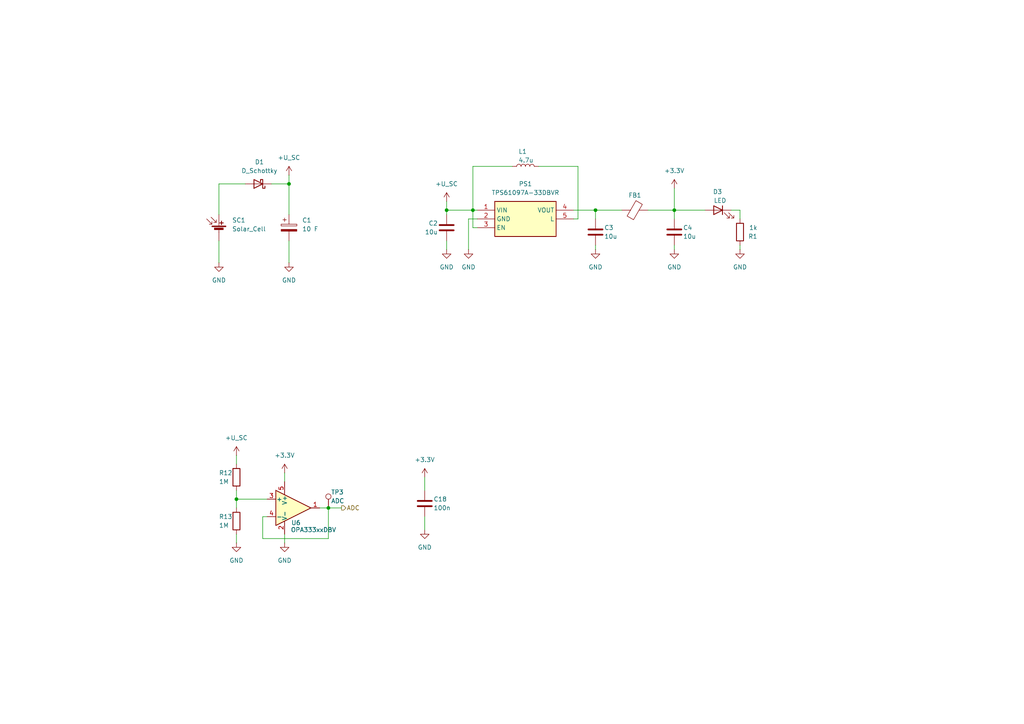
<source format=kicad_sch>
(kicad_sch (version 20231120) (generator "eeschema") (generator_version "8.0")
  (paper "A4")
  (lib_symbols
    (symbol "Amplifier_Operational:OPA333xxDBV" (pin_names (offset 0.127))
      (property "Reference" "U" (at -1.27 6.35 0))
      (property "Value" "OPA333xxDBV" (at -1.27 3.81 0))
      (symbol "OPA333xxDBV_0_1"
        (polyline (pts (xy -5.08 5.08) (xy 5.08 0) (xy -5.08 -5.08) (xy -5.08 5.08)) (stroke (width 0.254)) (fill (type background)))
        (pin power_in line (at -2.54 -7.62 90) (length 3.81) (name "V-") (number "2"))
        (pin power_in line (at -2.54 7.62 270) (length 3.81) (name "V+") (number "5"))
      )
      (symbol "OPA333xxDBV_1_1"
        (pin output line (at 7.62 0 180) (length 2.54) (name "~") (number "1"))
        (pin input line (at -7.62 2.54 0) (length 2.54) (name "+") (number "3"))
        (pin input line (at -7.62 -2.54 0) (length 2.54) (name "-") (number "4"))
      )
    )
    (symbol "Connector:TestPoint" (pin_numbers hide) (pin_names (offset 0.762) hide)
      (property "Reference" "TP" (at 0 6.858 0))
      (property "Value" "TestPoint" (at 0 5.08 0))
      (symbol "TestPoint_0_1"
        (circle (center 0 3.302) (radius 0.762))
      )
      (symbol "TestPoint_1_1"
        (pin passive line (at 0 0 90) (length 2.54) (name "1") (number "1"))
      )
    )
    (symbol "Device:C" (pin_numbers hide) (pin_names (offset 0.254))
      (property "Reference" "C" (at 0.635 2.54 0))
      (property "Value" "C" (at 0.635 -2.54 0))
      (symbol "C_0_1"
        (polyline (pts (xy -2.032 -0.762) (xy 2.032 -0.762)) (stroke (width 0.508)))
        (polyline (pts (xy -2.032 0.762) (xy 2.032 0.762)) (stroke (width 0.508)))
      )
      (symbol "C_1_1"
        (pin passive line (at 0 3.81 270) (length 2.794) (name "~") (number "1"))
        (pin passive line (at 0 -3.81 90) (length 2.794) (name "~") (number "2"))
      )
    )
    (symbol "Device:C_Polarized" (pin_numbers hide) (pin_names (offset 0.254))
      (property "Reference" "C" (at 0.635 2.54 0))
      (property "Value" "C_Polarized" (at 0.635 -2.54 0))
      (symbol "C_Polarized_0_1"
        (rectangle (start -2.286 0.508) (end 2.286 1.016))
        (polyline (pts (xy -1.778 2.286) (xy -0.762 2.286)))
        (polyline (pts (xy -1.27 2.794) (xy -1.27 1.778)))
        (rectangle (start 2.286 -0.508) (end -2.286 -1.016) (fill (type outline)))
      )
      (symbol "C_Polarized_1_1"
        (pin passive line (at 0 3.81 270) (length 2.794) (name "~") (number "1"))
        (pin passive line (at 0 -3.81 90) (length 2.794) (name "~") (number "2"))
      )
    )
    (symbol "Device:D_Schottky" (pin_numbers hide) (pin_names (offset 1.016) hide)
      (property "Reference" "D" (at 0 2.54 0))
      (property "Value" "D_Schottky" (at 0 -2.54 0))
      (symbol "D_Schottky_0_1"
        (polyline (pts (xy 1.27 0) (xy -1.27 0)))
        (polyline (pts (xy 1.27 1.27) (xy 1.27 -1.27) (xy -1.27 0) (xy 1.27 1.27)) (stroke (width 0.254)))
        (polyline (pts (xy -1.905 0.635) (xy -1.905 1.27) (xy -1.27 1.27) (xy -1.27 -1.27) (xy -0.635 -1.27) (xy -0.635 -0.635)) (stroke (width 0.254)))
      )
      (symbol "D_Schottky_1_1"
        (pin passive line (at -3.81 0 0) (length 2.54) (name "K") (number "1"))
        (pin passive line (at 3.81 0 180) (length 2.54) (name "A") (number "2"))
      )
    )
    (symbol "Device:FerriteBead" (pin_numbers hide) (pin_names (offset 0))
      (property "Reference" "FB" (at -3.81 0.635 90))
      (property "Value" "FerriteBead" (at 3.81 0 90))
      (symbol "FerriteBead_0_1"
        (polyline (pts (xy 0 -1.27) (xy 0 -1.2192)))
        (polyline (pts (xy 0 1.27) (xy 0 1.2954)))
        (polyline (pts (xy -2.7686 0.4064) (xy -1.7018 2.2606) (xy 2.7686 -0.3048) (xy 1.6764 -2.159) (xy -2.7686 0.4064)))
      )
      (symbol "FerriteBead_1_1"
        (pin passive line (at 0 3.81 270) (length 2.54) (name "~") (number "1"))
        (pin passive line (at 0 -3.81 90) (length 2.54) (name "~") (number "2"))
      )
    )
    (symbol "Device:L" (pin_numbers hide) (pin_names (offset 1.016) hide)
      (property "Reference" "L" (at -1.27 0 90))
      (property "Value" "L" (at 1.905 0 90))
      (symbol "L_0_1"
        (arc (start 0 -2.54) (mid 0.6323 -1.905) (end 0 -1.27))
        (arc (start 0 -1.27) (mid 0.6323 -0.635) (end 0 0))
        (arc (start 0 0) (mid 0.6323 0.635) (end 0 1.27))
        (arc (start 0 1.27) (mid 0.6323 1.905) (end 0 2.54))
      )
      (symbol "L_1_1"
        (pin passive line (at 0 3.81 270) (length 1.27) (name "1") (number "1"))
        (pin passive line (at 0 -3.81 90) (length 1.27) (name "2") (number "2"))
      )
    )
    (symbol "Device:LED" (pin_numbers hide) (pin_names (offset 1.016) hide)
      (property "Reference" "D" (at 0 2.54 0))
      (property "Value" "LED" (at 0 -2.54 0))
      (symbol "LED_0_1"
        (polyline (pts (xy -1.27 -1.27) (xy -1.27 1.27)) (stroke (width 0.254)))
        (polyline (pts (xy -1.27 0) (xy 1.27 0)))
        (polyline (pts (xy 1.27 -1.27) (xy 1.27 1.27) (xy -1.27 0) (xy 1.27 -1.27)) (stroke (width 0.254)))
        (polyline (pts (xy -3.048 -0.762) (xy -4.572 -2.286) (xy -3.81 -2.286) (xy -4.572 -2.286) (xy -4.572 -1.524)))
        (polyline (pts (xy -1.778 -0.762) (xy -3.302 -2.286) (xy -2.54 -2.286) (xy -3.302 -2.286) (xy -3.302 -1.524)))
      )
      (symbol "LED_1_1"
        (pin passive line (at -3.81 0 0) (length 2.54) (name "K") (number "1"))
        (pin passive line (at 3.81 0 180) (length 2.54) (name "A") (number "2"))
      )
    )
    (symbol "Device:R" (pin_numbers hide) (pin_names (offset 0))
      (property "Reference" "R" (at 2.032 0 90))
      (property "Value" "R" (at 0 0 90))
      (symbol "R_0_1"
        (rectangle (start -1.016 -2.54) (end 1.016 2.54) (stroke (width 0.254)))
      )
      (symbol "R_1_1"
        (pin passive line (at 0 3.81 270) (length 1.27) (name "~") (number "1"))
        (pin passive line (at 0 -3.81 90) (length 1.27) (name "~") (number "2"))
      )
    )
    (symbol "Device:Solar_Cell" (pin_numbers hide) (pin_names (offset 0) hide)
      (property "Reference" "SC" (at 2.54 2.54 0))
      (property "Value" "Solar_Cell" (at 2.54 0 0))
      (symbol "Solar_Cell_0_1"
        (rectangle (start -2.032 1.778) (end 2.032 1.524) (fill (type outline)))
        (rectangle (start -1.3208 1.1938) (end 1.27 0.6858) (fill (type outline)))
        (polyline (pts (xy -2.032 2.286) (xy -3.556 3.81)))
        (polyline (pts (xy -0.762 2.794) (xy -2.286 4.318)))
        (polyline (pts (xy 0 0.762) (xy 0 0)))
        (polyline (pts (xy 0 1.778) (xy 0 2.54)))
        (polyline (pts (xy 0.254 2.667) (xy 1.27 2.667)) (stroke (width 0.254)))
        (polyline (pts (xy 0.762 3.175) (xy 0.762 2.159)) (stroke (width 0.254)))
        (polyline (pts (xy -2.032 3.048) (xy -2.032 2.286) (xy -2.794 2.286)))
        (polyline (pts (xy -0.762 3.556) (xy -0.762 2.794) (xy -1.524 2.794)))
      )
      (symbol "Solar_Cell_1_1"
        (pin passive line (at 0 5.08 270) (length 2.54) (name "+") (number "1"))
        (pin passive line (at 0 -2.54 90) (length 2.54) (name "-") (number "2"))
      )
    )
    (symbol "Library:TPS61097A-33DBVR"
      (property "Reference" "PS" (at 24.13 7.62 0))
      (property "Value" "TPS61097A-33DBVR" (at 24.13 5.08 0))
      (symbol "TPS61097A-33DBVR_1_1"
        (rectangle (start 5.08 2.54) (end 22.86 -7.62) (stroke (width 0.254)) (fill (type background)))
        (pin power_in line (at 0 0 0) (length 5.08) (name "VIN") (number "1"))
        (pin power_in line (at 0 -2.54 0) (length 5.08) (name "GND") (number "2"))
        (pin input line (at 0 -5.08 0) (length 5.08) (name "EN") (number "3"))
        (pin output line (at 27.94 0 180) (length 5.08) (name "VOUT") (number "4"))
        (pin input line (at 27.94 -2.54 180) (length 5.08) (name "L") (number "5"))
      )
    )
    (symbol "power:+3.3V" (power) (pin_numbers hide) (pin_names (offset 0) hide)
      (property "Value" "+3.3V" (at 0 3.556 0))
      (symbol "+3.3V_0_1"
        (polyline (pts (xy -0.762 1.27) (xy 0 2.54)))
        (polyline (pts (xy 0 0) (xy 0 2.54)))
        (polyline (pts (xy 0 2.54) (xy 0.762 1.27)))
      )
      (symbol "+3.3V_1_1"
        (pin power_in line (at 0 0 90) (length 0) (name "~") (number "1"))
      )
    )
    (symbol "power:+BATT" (power) (pin_numbers hide) (pin_names (offset 0) hide)
      (property "Value" "+BATT" (at 0 3.556 0))
      (symbol "+BATT_0_1"
        (polyline (pts (xy -0.762 1.27) (xy 0 2.54)))
        (polyline (pts (xy 0 0) (xy 0 2.54)))
        (polyline (pts (xy 0 2.54) (xy 0.762 1.27)))
      )
      (symbol "+BATT_1_1"
        (pin power_in line (at 0 0 90) (length 0) (name "~") (number "1"))
      )
    )
    (symbol "power:GND" (power) (pin_numbers hide) (pin_names (offset 0) hide)
      (property "Value" "GND" (at 0 -3.81 0))
      (symbol "GND_0_1"
        (polyline (pts (xy 0 0) (xy 0 -1.27) (xy 1.27 -1.27) (xy 0 -2.54) (xy -1.27 -1.27) (xy 0 -1.27)))
      )
      (symbol "GND_1_1"
        (pin power_in line (at 0 0 270) (length 0) (name "~") (number "1"))
      )
    )
  )
  (junction (at 129.54 60.96))
  (junction (at 137.16 60.96))
  (junction (at 195.58 60.96))
  (junction (at 83.82 53.34))
  (junction (at 68.58 144.78))
  (junction (at 172.72 60.96))
  (junction (at 95.25 147.32))
  (wire (pts (xy 63.5 53.34) (xy 71.12 53.34)))
  (wire (pts (xy 63.5 62.23) (xy 63.5 53.34)))
  (wire (pts (xy 76.2 156.21) (xy 95.25 156.21)))
  (wire (pts (xy 172.72 71.12) (xy 172.72 72.39)))
  (wire (pts (xy 123.19 149.86) (xy 123.19 153.67)))
  (wire (pts (xy 83.82 69.85) (xy 83.82 76.2)))
  (wire (pts (xy 195.58 54.61) (xy 195.58 60.96)))
  (wire (pts (xy 92.71 147.32) (xy 95.25 147.32)))
  (wire (pts (xy 138.43 66.04) (xy 137.16 66.04)))
  (wire (pts (xy 214.63 71.12) (xy 214.63 72.39)))
  (wire (pts (xy 129.54 58.42) (xy 129.54 60.96)))
  (wire (pts (xy 95.25 147.32) (xy 99.06 147.32)))
  (wire (pts (xy 68.58 142.24) (xy 68.58 144.78)))
  (wire (pts (xy 77.47 149.86) (xy 76.2 149.86)))
  (wire (pts (xy 63.5 69.85) (xy 63.5 76.2)))
  (wire (pts (xy 195.58 60.96) (xy 195.58 63.5)))
  (wire (pts (xy 166.37 63.5) (xy 167.64 63.5)))
  (wire (pts (xy 76.2 149.86) (xy 76.2 156.21)))
  (wire (pts (xy 138.43 63.5) (xy 135.89 63.5)))
  (wire (pts (xy 166.37 60.96) (xy 172.72 60.96)))
  (wire (pts (xy 123.19 138.43) (xy 123.19 142.24)))
  (wire (pts (xy 68.58 144.78) (xy 77.47 144.78)))
  (wire (pts (xy 83.82 53.34) (xy 83.82 62.23)))
  (wire (pts (xy 148.59 48.26) (xy 137.16 48.26)))
  (wire (pts (xy 135.89 63.5) (xy 135.89 72.39)))
  (wire (pts (xy 172.72 60.96) (xy 180.34 60.96)))
  (wire (pts (xy 167.64 48.26) (xy 167.64 63.5)))
  (wire (pts (xy 137.16 48.26) (xy 137.16 60.96)))
  (wire (pts (xy 68.58 132.08) (xy 68.58 134.62)))
  (wire (pts (xy 95.25 156.21) (xy 95.25 147.32)))
  (wire (pts (xy 214.63 60.96) (xy 214.63 63.5)))
  (wire (pts (xy 195.58 71.12) (xy 195.58 72.39)))
  (wire (pts (xy 82.55 154.94) (xy 82.55 157.48)))
  (wire (pts (xy 212.09 60.96) (xy 214.63 60.96)))
  (wire (pts (xy 187.96 60.96) (xy 195.58 60.96)))
  (wire (pts (xy 172.72 60.96) (xy 172.72 63.5)))
  (wire (pts (xy 82.55 137.16) (xy 82.55 139.7)))
  (wire (pts (xy 129.54 60.96) (xy 137.16 60.96)))
  (wire (pts (xy 137.16 60.96) (xy 138.43 60.96)))
  (wire (pts (xy 156.21 48.26) (xy 167.64 48.26)))
  (wire (pts (xy 195.58 60.96) (xy 204.47 60.96)))
  (wire (pts (xy 68.58 144.78) (xy 68.58 147.32)))
  (wire (pts (xy 129.54 62.23) (xy 129.54 60.96)))
  (wire (pts (xy 129.54 69.85) (xy 129.54 72.39)))
  (wire (pts (xy 78.74 53.34) (xy 83.82 53.34)))
  (wire (pts (xy 137.16 60.96) (xy 137.16 66.04)))
  (wire (pts (xy 83.82 50.8) (xy 83.82 53.34)))
  (wire (pts (xy 68.58 154.94) (xy 68.58 157.48)))
  (hierarchical_label "ADC" (shape output) (at 99.06 147.32 0))
  (symbol (lib_id "Device:R") (at 68.58 138.43 0) (unit 1)
    (property "Reference" "R12" (at 63.5 137.16 0) (effects (justify left)))
    (property "Value" "1M" (at 63.5 139.7 0) (effects (justify left)))
    (property "Footprint" "Resistor_SMD:R_0603_1608Metric_Pad0.98x0.95mm_HandSolder" (effects (hide yes)))
    (property "Description" "Resistor" (effects (hide yes)))
  )
  (symbol (lib_id "power:GND") (at 172.72 72.39 0) (unit 1)
    (property "Reference" "#PWR055" (effects (hide yes)))
    (property "Value" "GND" (at 172.72 77.47 0))
    (property "Description" "Power symbol creates a global label with name \"GND\" , ground" (effects (hide yes)))
  )
  (symbol (lib_id "power:GND") (at 63.5 76.2 0) (unit 1)
    (property "Reference" "#PWR043" (effects (hide yes)))
    (property "Value" "GND" (at 63.5 81.28 0))
    (property "Description" "Power symbol creates a global label with name \"GND\" , ground" (effects (hide yes)))
  )
  (symbol (lib_id "Device:D_Schottky") (at 74.93 53.34 180) (unit 1)
    (property "Reference" "D1" (at 75.2475 46.99 0))
    (property "Value" "D_Schottky" (at 75.2475 49.53 0))
    (property "Footprint" "Diode_SMD:Nexperia_CFP3_SOD-123W" (effects (hide yes)))
    (property "Description" "Schottky diode" (effects (hide yes)))
  )
  (symbol (lib_id "Device:C_Polarized") (at 83.82 66.04 0) (unit 1)
    (property "Reference" "C1" (at 87.63 63.8809 0) (effects (justify left)))
    (property "Value" "10 F" (at 87.63 66.4209 0) (effects (justify left)))
    (property "Footprint" "Library:Supercap_7.5mm" (effects (hide yes)))
    (property "Description" "Polarized capacitor" (effects (hide yes)))
  )
  (symbol (lib_id "Device:FerriteBead") (at 184.15 60.96 90) (unit 1)
    (property "Reference" "FB1" (at 184.15 56.642 90))
    (property "Value" "FerriteBead" (effects (hide yes)))
    (property "Footprint" "Library:BLM21AG102BH1J" (effects (hide yes)))
    (property "Description" "Ferrite bead" (effects (hide yes)))
  )
  (symbol (lib_id "Device:R") (at 68.58 151.13 0) (unit 1)
    (property "Reference" "R13" (at 63.5 149.86 0) (effects (justify left)))
    (property "Value" "1M" (at 63.5 152.4 0) (effects (justify left)))
    (property "Footprint" "Resistor_SMD:R_0603_1608Metric_Pad0.98x0.95mm_HandSolder" (effects (hide yes)))
    (property "Description" "Resistor" (effects (hide yes)))
  )
  (symbol (lib_id "power:GND") (at 135.89 72.39 0) (unit 1)
    (property "Reference" "#PWR054" (effects (hide yes)))
    (property "Value" "GND" (at 135.89 77.47 0))
    (property "Description" "Power symbol creates a global label with name \"GND\" , ground" (effects (hide yes)))
  )
  (symbol (lib_id "power:+BATT") (at 129.54 58.42 0) (unit 1)
    (property "Reference" "#PWR056" (effects (hide yes)))
    (property "Value" "+U_SC" (at 126.238 53.34 0) (effects (justify left)))
    (property "Description" "Power symbol creates a global label with name \"+BATT\"" (effects (hide yes)))
  )
  (symbol (lib_id "Device:C") (at 129.54 66.04 0) (mirror y) (unit 1)
    (property "Reference" "C2" (at 127 64.77 0) (effects (justify left)))
    (property "Value" "10u" (at 127 67.31 0) (effects (justify left)))
    (property "Footprint" "Capacitor_SMD:C_0603_1608Metric_Pad1.08x0.95mm_HandSolder" (effects (hide yes)))
    (property "Description" "Unpolarized capacitor" (effects (hide yes)))
  )
  (symbol (lib_id "power:GND") (at 123.19 153.67 0) (unit 1)
    (property "Reference" "#PWR051" (effects (hide yes)))
    (property "Value" "GND" (at 123.19 158.75 0))
    (property "Description" "Power symbol creates a global label with name \"GND\" , ground" (effects (hide yes)))
  )
  (symbol (lib_id "power:+BATT") (at 83.82 50.8 0) (unit 1)
    (property "Reference" "#PWR045" (effects (hide yes)))
    (property "Value" "+U_SC" (at 80.518 45.72 0) (effects (justify left)))
    (property "Description" "Power symbol creates a global label with name \"+BATT\"" (effects (hide yes)))
  )
  (symbol (lib_id "Device:LED") (at 208.28 60.96 0) (mirror y) (unit 1)
    (property "Reference" "D3" (at 206.756 55.626 0) (effects (justify right)))
    (property "Value" "LED" (at 207.01 58.166 0) (effects (justify right)))
    (property "Footprint" "LED_SMD:LED_0603_1608Metric_Pad1.05x0.95mm_HandSolder" (effects (hide yes)))
    (property "Description" "Light emitting diode" (effects (hide yes)))
  )
  (symbol (lib_id "Device:R") (at 214.63 67.31 180) (unit 1)
    (property "Reference" "R1" (at 219.71 68.58 0) (effects (justify left)))
    (property "Value" "1k" (at 219.71 66.04 0) (effects (justify left)))
    (property "Footprint" "Resistor_SMD:R_0603_1608Metric_Pad0.98x0.95mm_HandSolder" (effects (hide yes)))
    (property "Description" "Resistor" (effects (hide yes)))
  )
  (symbol (lib_id "power:GND") (at 83.82 76.2 0) (unit 1)
    (property "Reference" "#PWR044" (effects (hide yes)))
    (property "Value" "GND" (at 83.82 81.28 0))
    (property "Description" "Power symbol creates a global label with name \"GND\" , ground" (effects (hide yes)))
  )
  (symbol (lib_id "power:+3.3V") (at 82.55 137.16 0) (unit 1)
    (property "Reference" "#PWR049" (effects (hide yes)))
    (property "Value" "+3.3V" (at 82.55 132.08 0))
    (property "Description" "Power symbol creates a global label with name \"+3.3V\"" (effects (hide yes)))
  )
  (symbol (lib_id "power:GND") (at 129.54 72.39 0) (unit 1)
    (property "Reference" "#PWR017" (effects (hide yes)))
    (property "Value" "GND" (at 129.54 77.47 0))
    (property "Description" "Power symbol creates a global label with name \"GND\" , ground" (effects (hide yes)))
  )
  (symbol (lib_id "power:GND") (at 68.58 157.48 0) (unit 1)
    (property "Reference" "#PWR048" (effects (hide yes)))
    (property "Value" "GND" (at 68.58 162.56 0))
    (property "Description" "Power symbol creates a global label with name \"GND\" , ground" (effects (hide yes)))
  )
  (symbol (lib_id "power:+BATT") (at 68.58 132.08 0) (unit 1)
    (property "Reference" "#PWR046" (effects (hide yes)))
    (property "Value" "+U_SC" (at 65.278 127 0) (effects (justify left)))
    (property "Description" "Power symbol creates a global label with name \"+BATT\"" (effects (hide yes)))
  )
  (symbol (lib_id "power:GND") (at 82.55 157.48 0) (unit 1)
    (property "Reference" "#PWR047" (effects (hide yes)))
    (property "Value" "GND" (at 82.55 162.56 0))
    (property "Description" "Power symbol creates a global label with name \"GND\" , ground" (effects (hide yes)))
  )
  (symbol (lib_id "Library:TPS61097A-33DBVR") (at 138.43 60.96 0) (unit 1)
    (property "Reference" "PS1" (at 152.4 53.34 0))
    (property "Value" "TPS61097A-33DBVR" (at 152.4 55.88 0))
    (property "Footprint" "Library:SOT95P280X145-5N" (effects (hide yes)))
    (property "Datasheet" "https://rs.componentsearchengine.com/Datasheets/2/TPS61097A-33DBVR.pdf" (effects (hide yes)))
    (property "Description" "TEXAS INSTRUMENTS - TPS61097A-33DBVR - DC/DC SYNC CONV, BOOST, 2MHZ, SOT-23-5" (effects (hide yes)))
    (property "Height" "1.45" (effects (hide yes)))
    (property "Mouser Part Number" "595-TPS61097A-33DBVR" (effects (hide yes)))
    (property "Mouser Price/Stock" "https://www.mouser.co.uk/ProductDetail/Texas-Instruments/TPS61097A-33DBVR?qs=sU0fTKI0Lun1Vp%252B1oRmuoQ%3D%3D" (effects (hide yes)))
    (property "Manufacturer_Name" "Texas Instruments" (effects (hide yes)))
    (property "Manufacturer_Part_Number" "TPS61097A-33DBVR" (effects (hide yes)))
  )
  (symbol (lib_id "Device:C") (at 172.72 67.31 0) (unit 1)
    (property "Reference" "C3" (at 175.26 66.04 0) (effects (justify left)))
    (property "Value" "10u" (at 175.26 68.58 0) (effects (justify left)))
    (property "Footprint" "Capacitor_SMD:C_0603_1608Metric_Pad1.08x0.95mm_HandSolder" (effects (hide yes)))
    (property "Description" "Unpolarized capacitor" (effects (hide yes)))
  )
  (symbol (lib_id "power:+3.3V") (at 195.58 54.61 0) (unit 1)
    (property "Reference" "#PWR020" (effects (hide yes)))
    (property "Value" "+3.3V" (at 195.58 49.53 0))
    (property "Description" "Power symbol creates a global label with name \"+3.3V\"" (effects (hide yes)))
  )
  (symbol (lib_id "Connector:TestPoint") (at 95.25 147.32 0) (unit 1)
    (property "Reference" "TP3" (at 96.012 142.748 0) (effects (justify left)))
    (property "Value" "ADC" (at 96.012 145.288 0) (effects (justify left)))
    (property "Footprint" "TestPoint:TestPoint_Pad_D2.0mm" (effects (hide yes)))
    (property "Description" "test point" (effects (hide yes)))
  )
  (symbol (lib_id "Device:L") (at 152.4 48.26 90) (unit 1)
    (property "Reference" "L1" (at 150.368 43.942 90) (effects (justify right)))
    (property "Value" "4.7u" (at 150.368 46.482 90) (effects (justify right)))
    (property "Footprint" "Inductor_SMD:L_0603_1608Metric_Pad1.05x0.95mm_HandSolder" (effects (hide yes)))
    (property "Description" "Inductor" (effects (hide yes)))
  )
  (symbol (lib_id "Device:C") (at 195.58 67.31 0) (unit 1)
    (property "Reference" "C4" (at 198.12 66.04 0) (effects (justify left)))
    (property "Value" "10u" (at 198.12 68.58 0) (effects (justify left)))
    (property "Footprint" "Capacitor_SMD:C_0603_1608Metric_Pad1.08x0.95mm_HandSolder" (effects (hide yes)))
    (property "Description" "Unpolarized capacitor" (effects (hide yes)))
  )
  (symbol (lib_id "power:GND") (at 214.63 72.39 0) (unit 1)
    (property "Reference" "#PWR062" (effects (hide yes)))
    (property "Value" "GND" (at 214.63 77.47 0))
    (property "Description" "Power symbol creates a global label with name \"GND\" , ground" (effects (hide yes)))
  )
  (symbol (lib_id "Device:C") (at 123.19 146.05 0) (unit 1)
    (property "Reference" "C18" (at 125.73 144.78 0) (effects (justify left)))
    (property "Value" "100n" (at 125.73 147.32 0) (effects (justify left)))
    (property "Footprint" "Capacitor_SMD:C_0603_1608Metric_Pad1.08x0.95mm_HandSolder" (effects (hide yes)))
    (property "Description" "Unpolarized capacitor" (effects (hide yes)))
  )
  (symbol (lib_id "power:GND") (at 195.58 72.39 0) (unit 1)
    (property "Reference" "#PWR057" (effects (hide yes)))
    (property "Value" "GND" (at 195.58 77.47 0))
    (property "Description" "Power symbol creates a global label with name \"GND\" , ground" (effects (hide yes)))
  )
  (symbol (lib_id "Amplifier_Operational:OPA333xxDBV") (at 85.09 147.32 0) (unit 1)
    (property "Reference" "U6" (at 85.852 151.638 0))
    (property "Value" "OPA333xxDBV" (at 90.932 153.67 0))
    (property "Footprint" "Package_TO_SOT_SMD:SOT-23-5" (effects (hide yes)))
    (property "Datasheet" "http://www.ti.com/lit/ds/symlink/opa333.pdf" (effects (hide yes)))
    (property "Description" "Single 1.8V, microPower, CMOS Operational Amplifiers, Zero-Drift Series, SOT-23-5" (effects (hide yes)))
  )
  (symbol (lib_id "power:+3.3V") (at 123.19 138.43 0) (unit 1)
    (property "Reference" "#PWR050" (effects (hide yes)))
    (property "Value" "+3.3V" (at 123.19 133.35 0))
    (property "Description" "Power symbol creates a global label with name \"+3.3V\"" (effects (hide yes)))
  )
  (symbol (lib_id "Device:Solar_Cell") (at 63.5 67.31 0) (unit 1)
    (property "Reference" "SC1" (at 67.31 63.8809 0) (effects (justify left)))
    (property "Value" "Solar_Cell" (at 67.31 66.4209 0) (effects (justify left)))
    (property "Footprint" "Connector_PinHeader_2.54mm:PinHeader_1x02_P2.54mm_Vertical" (effects (hide yes)))
    (property "Description" "Single solar cell" (effects (hide yes)))
  )
)
</source>
